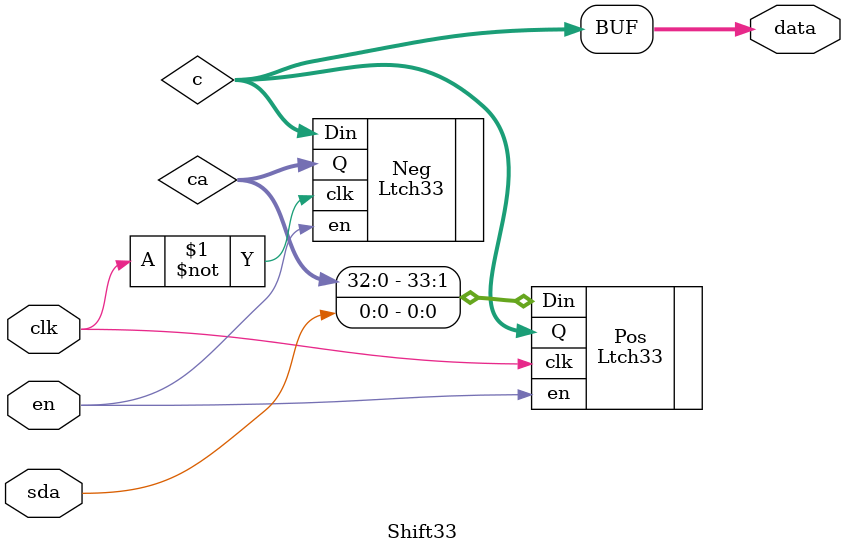
<source format=v>
`timescale 1ns / 1ps

module Shift33(
	output wire [32:0] data, 		// 32 time slices,each gets a counter
	input wire clk,    		// Output Serial Data Clock
	input wire en,
	input wire sda
);

wire [32:0]c;
wire [32:0]ca; 

Ltch33 Pos(	
.clk(clk),    		
.en(en),
.Din({ca[32:0],sda}),
.Q(c)
);

Ltch33 Neg(	
.clk(~clk),    		
.en(en),
.Din(c),
.Q(ca)
);

assign data = c[32:0];
endmodule
</source>
